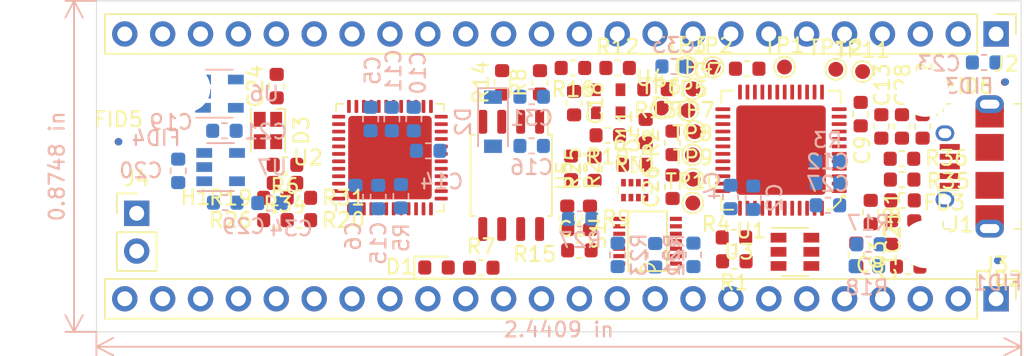
<source format=kicad_pcb>
(kicad_pcb (version 20171130) (host pcbnew "(5.1.2-1)-1")
  (layers (0 F.Cu signal) (31 B.Cu signal) (34 B.Paste user) (35 F.Paste user) (36 B.SilkS user) (37 F.SilkS user) (38 B.Mask user) (39 F.Mask user) (44 Edge.Cuts user))
  (net 0 "")
  (net 1 GND)
  (net 2 +5VD)
  (net 3 /FT_VCORE)
  (net 4 +3V3)
  (net 5 "Net-(C4-Pad1)")
  (net 6 "Net-(C5-Pad1)")
  (net 7 "Net-(C6-Pad1)")
  (net 8 /VCC_PLL)
  (net 9 /V_PHY)
  (net 10 /V_PLL)
  (net 11 /+1.2V_CORE)
  (net 12 /FT_RESET_N)
  (net 13 +1V2)
  (net 14 +2V5)
  (net 15 /CDONE)
  (net 16 /LED_B)
  (net 17 /LED_G)
  (net 18 /LED_R)
  (net 19 /USB_P)
  (net 20 "Net-(J1-Pad4)")
  (net 21 /USB_M)
  (net 22 /IOT_41A)
  (net 23 /IOT_50B)
  (net 24 /IOT_51A)
  (net 25 /IOT_48B)
  (net 26 /IOT_49A)
  (net 27 /IOT_44B)
  (net 28 /IOT_45A_G1)
  (net 29 /IOT_42B)
  (net 30 /IOT_46B_G0)
  (net 31 /IOT_43A)
  (net 32 /IOT_38B)
  (net 33 /IOT_39A)
  (net 34 /IOT_36B)
  (net 35 /IOT_37A)
  (net 36 /CRESET_N)
  (net 37 /IOB_6A)
  (net 38 /IOB_0A)
  (net 39 /IOB_2A)
  (net 40 /IOB_5B)
  (net 41 /IOB_4A)
  (net 42 /IOB_9B)
  (net 43 /IOB_8A)
  (net 44 /IOB_3B_G6)
  (net 45 /IOB_13B)
  (net 46 /IOB_16A)
  (net 47 /IOB_20A)
  (net 48 /IOB_31B)
  (net 49 /IOB_29B)
  (net 50 /IOB_24A)
  (net 51 /IOB_23B)
  (net 52 /IOB_22A)
  (net 53 /CLK_12M_EXT)
  (net 54 /IOB_18A)
  (net 55 /IOB_25B_G3)
  (net 56 /FLASH_MISO)
  (net 57 /FLASH_MOSI)
  (net 58 /ICE_SCK)
  (net 59 /ICE_SS)
  (net 60 /V_USB)
  (net 61 "Net-(R1-Pad2)")
  (net 62 /EE_DAT)
  (net 63 "Net-(R3-Pad1)")
  (net 64 "Net-(R10-Pad2)")
  (net 65 /CLK_12M)
  (net 66 /CLK_12M_FPGA)
  (net 67 /CLK_12M_FT)
  (net 68 "Net-(R14-Pad1)")
  (net 69 "Net-(R15-Pad1)")
  (net 70 /EE_CS)
  (net 71 /EE_CLK)
  (net 72 "Net-(R27-Pad2)")
  (net 73 "Net-(R35-Pad1)")
  (net 74 "Net-(R36-Pad1)")
  (net 75 /ICE_MISO)
  (net 76 /ICE_MOSI)
  (net 77 "Net-(S1-Pad3)")
  (net 78 "Net-(S1-Pad5)")
  (net 79 "Net-(S1-Pad9)")
  (net 80 "Net-(TP1-Pad1)")
  (net 81 "Net-(TP2-Pad1)")
  (net 82 "Net-(TP3-Pad1)")
  (net 83 "Net-(TP4-Pad1)")
  (net 84 "Net-(TP5-Pad1)")
  (net 85 "Net-(TP6-Pad1)")
  (net 86 "Net-(TP7-Pad1)")
  (net 87 "Net-(TP8-Pad1)")
  (net 88 "Net-(TP9-Pad1)")
  (net 89 "Net-(TP10-Pad1)")
  (net 90 "Net-(TP11-Pad1)")
  (net 91 "Net-(TP12-Pad1)")
  (net 92 "Net-(U3-Pad2)")
  (net 93 "Net-(U6-Pad4)")
  (net 94 "Net-(U7-Pad4)")
  (net 95 /VIO_BANK_0_2)
  (module vs:MountingHole_3.2mm_M3 (layer F.Cu) (at 155.57 83.96)
    (fp_text reference H4 (at 0.0635 1.0287) (layer F.SilkS))
    (fp_text value MountingHole)
    (pad 1 np_thru_hole circle (at 0 0) (size 3.2 3.2) (drill 3.2) (layers *.Cu *.Mask))
  )
  (module vs:MountingHole_3.2mm_M3 (layer F.Cu) (at 155.57 94.12)
    (fp_text reference H3 (at -0.1016 0.9271) (layer F.SilkS))
    (fp_text value MountingHole)
    (pad 1 np_thru_hole circle (at 0 0) (size 3.2 3.2) (drill 3.2) (layers *.Cu *.Mask))
  )
  (module vs:MountingHole_3.2mm_M3 (layer F.Cu) (at 106.04 83.6552)
    (fp_text reference H2 (at 0 0.6604) (layer F.SilkS))
    (fp_text value MountingHole)
    (pad 1 np_thru_hole circle (at 0 0) (size 3.2 3.2) (drill 3.2) (layers *.Cu *.Mask))
  )
  (module vs:MountingHole_3.2mm_M3 (layer F.Cu) (at 106.4464 93.9676)
    (fp_text reference H1 (at 0.2 -3) (layer F.SilkS))
    (fp_text value MountingHole)
    (pad 1 np_thru_hole circle (at 0 0) (size 3.2 3.2) (drill 3.2) (layers *.Cu *.Mask))
  )
  (module digikey-footprints:USB_Micro_AB_Female_0475890001 (layer F.Cu) (at 157.213 88.89 90)
    (fp_text reference J1 (at -3.9092 0.7446) (layer F.SilkS))
    (fp_text value 0475890001)
    (pad SH thru_hole oval (at 2.225 -0.325) (size 1.25 1.05) (drill oval 0.85 0.65) (layers *.Cu *.Mask) (net 1 GND))
    (pad SH smd rect (at 3.89 1.775) (size 0.1 0.5) (layers F.Cu F.Paste F.Mask) (net 1 GND))
    (pad SH smd rect (at 3.24 2.675) (size 1.9 1.26) (layers F.Cu F.Paste F.Mask) (net 1 GND))
    (pad SH thru_hole oval (at 4.175 2.675) (size 1.9 1.2) (drill oval 1.3 0.6) (layers *.Cu *.Mask) (net 1 GND))
    (pad SH smd rect (at -1.275 2.675) (size 1.9 1.8) (layers F.Cu F.Paste F.Mask) (net 1 GND))
    (pad 5 smd rect (at 1.3 0) (size 1.35 0.4) (layers F.Cu F.Paste F.Mask) (net 1 GND))
    (pad 4 smd rect (at 0.65 0) (size 1.35 0.4) (layers F.Cu F.Paste F.Mask) (net 20 "Net-(J1-Pad4)"))
    (pad 3 smd rect (at 0 0) (size 1.35 0.4) (layers F.Cu F.Paste F.Mask) (net 19 /USB_P))
    (pad 2 smd rect (at -0.65 0) (size 1.35 0.4) (layers F.Cu F.Paste F.Mask) (net 21 /USB_M))
    (pad 1 smd rect (at -1.3 0) (size 1.35 0.4) (layers F.Cu F.Paste F.Mask) (net 60 /V_USB))
    (pad SH smd rect (at 1.275 2.675) (size 1.9 1.8) (layers F.Cu F.Paste F.Mask) (net 1 GND))
    (pad SH smd rect (at 3.9 3.575) (size 0.1 0.5) (layers F.Cu F.Paste F.Mask) (net 1 GND))
    (pad SH smd rect (at -3.24 2.675) (size 1.9 1.26) (layers F.Cu F.Paste F.Mask) (net 1 GND))
    (pad SH thru_hole oval (at -4.175 2.675) (size 1.9 1.2) (drill oval 1.3 0.6) (layers *.Cu *.Mask) (net 1 GND))
    (pad SH smd rect (at -3.89 1.775) (size 0.1 0.5) (layers F.Cu F.Paste F.Mask) (net 1 GND))
    (pad SH smd rect (at -3.89 3.575) (size 0.1 0.5) (layers F.Cu F.Paste F.Mask) (net 1 GND))
    (pad SH thru_hole oval (at -2.225 -0.325) (size 1.25 1.05) (drill oval 0.85 0.65) (layers *.Cu *.Mask) (net 1 GND))
  )
  (module vs:VSSOP14-P0.5-3X4 (layer F.Cu) (at 136.9518 93.9168 90)
    (fp_text reference S1 (at 0.4 -3.3 90) (layer F.SilkS))
    (fp_text value "TC7MPB9327FK(EL)")
    (pad 14 smd roundrect (at -1.5 -1.9 90) (size 0.28 0.8) (layers F.Cu F.Mask) (roundrect_rratio 0.045) (net 4 +3V3))
    (pad 13 smd roundrect (at -1 -1.9 90) (size 0.28 0.8) (layers F.Cu F.Mask) (roundrect_rratio 0.045) (net 76 /ICE_MOSI))
    (pad 12 smd roundrect (at -0.5 -1.9 90) (size 0.28 0.8) (layers F.Cu F.Mask) (roundrect_rratio 0.045) (net 75 /ICE_MISO))
    (pad 11 smd roundrect (at 0 -1.9 90) (size 0.28 0.8) (layers F.Cu F.Mask) (roundrect_rratio 0.045) (net 75 /ICE_MISO))
    (pad 10 smd roundrect (at 0.5 -1.9 90) (size 0.28 0.8) (layers F.Cu F.Mask) (roundrect_rratio 0.045) (net 76 /ICE_MOSI))
    (pad 9 smd roundrect (at 1 -1.9 90) (size 0.28 0.8) (layers F.Cu F.Mask) (roundrect_rratio 0.045) (net 79 "Net-(S1-Pad9)"))
    (pad 8 smd roundrect (at 1.5 -1.9 90) (size 0.28 0.8) (layers F.Cu F.Mask) (roundrect_rratio 0.045) (net 72 "Net-(R27-Pad2)"))
    (pad 7 smd roundrect (at 1.5 1.9 90) (size 0.28 0.8) (layers F.Cu F.Mask) (roundrect_rratio 0.045) (net 1 GND))
    (pad 6 smd roundrect (at 1 1.9 90) (size 0.28 0.8) (layers F.Cu F.Mask) (roundrect_rratio 0.045) (net 36 /CRESET_N))
    (pad 5 smd roundrect (at 0.5 1.9 90) (size 0.28 0.8) (layers F.Cu F.Mask) (roundrect_rratio 0.045) (net 78 "Net-(S1-Pad5)"))
    (pad 4 smd roundrect (at 0 1.9 90) (size 0.28 0.8) (layers F.Cu F.Mask) (roundrect_rratio 0.045) (net 56 /FLASH_MISO))
    (pad 3 smd roundrect (at -0.5 1.9 90) (size 0.28 0.8) (layers F.Cu F.Mask) (roundrect_rratio 0.045) (net 77 "Net-(S1-Pad3)"))
    (pad 2 smd roundrect (at -1 1.9 90) (size 0.28 0.8) (layers F.Cu F.Mask) (roundrect_rratio 0.045) (net 57 /FLASH_MOSI))
    (pad 1 smd roundrect (at -1.5 1.9 90) (size 0.28 0.8) (layers F.Cu F.Mask) (roundrect_rratio 0.045) (net 4 +3V3))
  )
  (module vs:QFN-48-1EP_8x8mm_P0.5mm_EP6.2x6.2mm (layer F.Cu) (at 145.8984 87.8012 180)
    (fp_text reference U3 (at 2.8252 -6.8268 180) (layer F.SilkS))
    (fp_text value FT232H)
    (pad 48 smd roundrect (at -2.75 -3.9 180) (size 0.25 1) (layers F.Cu F.Paste F.Mask) (net 1 GND))
    (pad 47 smd roundrect (at -2.25 -3.9 180) (size 0.25 1) (layers F.Cu F.Paste F.Mask) (net 1 GND))
    (pad 46 smd roundrect (at -1.75 -3.9 180) (size 0.25 1) (layers F.Cu F.Paste F.Mask) (net 4 +3V3))
    (pad 45 smd roundrect (at -1.25 -3.9 180) (size 0.25 1) (layers F.Cu F.Paste F.Mask) (net 70 /EE_CS))
    (pad 44 smd roundrect (at -0.75 -3.9 180) (size 0.25 1) (layers F.Cu F.Paste F.Mask) (net 71 /EE_CLK))
    (pad 43 smd roundrect (at -0.25 -3.9 180) (size 0.25 1) (layers F.Cu F.Paste F.Mask) (net 62 /EE_DAT))
    (pad 42 smd roundrect (at 0.25 -3.9 180) (size 0.25 1) (layers F.Cu F.Paste F.Mask) (net 1 GND))
    (pad 41 smd roundrect (at 0.75 -3.9 180) (size 0.25 1) (layers F.Cu F.Paste F.Mask) (net 1 GND))
    (pad 40 smd roundrect (at 1.25 -3.9 180) (size 0.25 1) (layers F.Cu F.Paste F.Mask) (net 2 +5VD))
    (pad 39 smd roundrect (at 1.75 -3.9 180) (size 0.25 1) (layers F.Cu F.Paste F.Mask) (net 4 +3V3))
    (pad 38 smd roundrect (at 2.25 -3.9 180) (size 0.25 1) (layers F.Cu F.Paste F.Mask) (net 3 /FT_VCORE))
    (pad 37 smd roundrect (at 2.75 -3.9 180) (size 0.25 1) (layers F.Cu F.Paste F.Mask) (net 5 "Net-(C4-Pad1)"))
    (pad 36 smd roundrect (at 3.9 -2.75 180) (size 1 0.25) (layers F.Cu F.Paste F.Mask) (net 1 GND))
    (pad 35 smd roundrect (at 3.9 -2.25 180) (size 1 0.25) (layers F.Cu F.Paste F.Mask) (net 1 GND))
    (pad 34 smd roundrect (at 3.9 -1.75 180) (size 1 0.25) (layers F.Cu F.Paste F.Mask) (net 12 /FT_RESET_N))
    (pad 33 smd roundrect (at 3.9 -1.25 180) (size 1 0.25) (layers F.Cu F.Paste F.Mask) (net 89 "Net-(TP10-Pad1)"))
    (pad 32 smd roundrect (at 3.9 -0.75 180) (size 1 0.25) (layers F.Cu F.Paste F.Mask) (net 88 "Net-(TP9-Pad1)"))
    (pad 31 smd roundrect (at 3.9 -0.25 180) (size 1 0.25) (layers F.Cu F.Paste F.Mask) (net 87 "Net-(TP8-Pad1)"))
    (pad 30 smd roundrect (at 3.9 0.25 180) (size 1 0.25) (layers F.Cu F.Paste F.Mask) (net 86 "Net-(TP7-Pad1)"))
    (pad 29 smd roundrect (at 3.9 0.75 180) (size 1 0.25) (layers F.Cu F.Paste F.Mask) (net 85 "Net-(TP6-Pad1)"))
    (pad 28 smd roundrect (at 3.9 1.25 180) (size 1 0.25) (layers F.Cu F.Paste F.Mask) (net 84 "Net-(TP5-Pad1)"))
    (pad 27 smd roundrect (at 3.9 1.75 180) (size 1 0.25) (layers F.Cu F.Paste F.Mask) (net 83 "Net-(TP4-Pad1)"))
    (pad 26 smd roundrect (at 3.9 2.25 180) (size 1 0.25) (layers F.Cu F.Paste F.Mask) (net 82 "Net-(TP3-Pad1)"))
    (pad 25 smd roundrect (at 3.9 2.75 180) (size 1 0.25) (layers F.Cu F.Paste F.Mask) (net 81 "Net-(TP2-Pad1)"))
    (pad 24 smd roundrect (at 2.75 3.9 180) (size 0.25 1) (layers F.Cu F.Paste F.Mask) (net 4 +3V3))
    (pad 23 smd roundrect (at 2.25 3.9 180) (size 0.25 1) (layers F.Cu F.Paste F.Mask) (net 1 GND))
    (pad 22 smd roundrect (at 1.75 3.9 180) (size 0.25 1) (layers F.Cu F.Paste F.Mask) (net 1 GND))
    (pad 21 smd roundrect (at 1.25 3.9 180) (size 0.25 1) (layers F.Cu F.Paste F.Mask) (net 80 "Net-(TP1-Pad1)"))
    (pad 20 smd roundrect (at 0.75 3.9 180) (size 0.25 1) (layers F.Cu F.Paste F.Mask) (net 36 /CRESET_N))
    (pad 19 smd roundrect (at 0.25 3.9 180) (size 0.25 1) (layers F.Cu F.Paste F.Mask) (net 15 /CDONE))
    (pad 18 smd roundrect (at -0.25 3.9 180) (size 0.25 1) (layers F.Cu F.Paste F.Mask) (net 91 "Net-(TP12-Pad1)"))
    (pad 17 smd roundrect (at -0.75 3.9 180) (size 0.25 1) (layers F.Cu F.Paste F.Mask) (net 59 /ICE_SS))
    (pad 16 smd roundrect (at -1.25 3.9 180) (size 0.25 1) (layers F.Cu F.Paste F.Mask) (net 90 "Net-(TP11-Pad1)"))
    (pad 15 smd roundrect (at -1.75 3.9 180) (size 0.25 1) (layers F.Cu F.Paste F.Mask) (net 56 /FLASH_MISO))
    (pad 14 smd roundrect (at -2.25 3.9 180) (size 0.25 1) (layers F.Cu F.Paste F.Mask) (net 57 /FLASH_MOSI))
    (pad 13 smd roundrect (at -2.75 3.9 180) (size 0.25 1) (layers F.Cu F.Paste F.Mask) (net 58 /ICE_SCK))
    (pad 12 smd roundrect (at -3.9 2.75 180) (size 1 0.25) (layers F.Cu F.Paste F.Mask) (net 4 +3V3))
    (pad 11 smd roundrect (at -3.9 2.25 180) (size 1 0.25) (layers F.Cu F.Paste F.Mask) (net 1 GND))
    (pad 10 smd roundrect (at -3.9 1.75 180) (size 1 0.25) (layers F.Cu F.Paste F.Mask) (net 1 GND))
    (pad 9 smd roundrect (at -3.9 1.25 180) (size 1 0.25) (layers F.Cu F.Paste F.Mask) (net 1 GND))
    (pad 8 smd roundrect (at -3.9 0.75 180) (size 1 0.25) (layers F.Cu F.Paste F.Mask) (net 10 /V_PLL))
    (pad 7 smd roundrect (at -3.9 0.25 180) (size 1 0.25) (layers F.Cu F.Paste F.Mask) (net 74 "Net-(R36-Pad1)"))
    (pad 6 smd roundrect (at -3.9 -0.25 180) (size 1 0.25) (layers F.Cu F.Paste F.Mask) (net 73 "Net-(R35-Pad1)"))
    (pad 5 smd roundrect (at -3.9 -0.75 180) (size 1 0.25) (layers F.Cu F.Paste F.Mask) (net 63 "Net-(R3-Pad1)"))
    (pad 4 smd roundrect (at -3.9 -1.25 180) (size 1 0.25) (layers F.Cu F.Paste F.Mask) (net 1 GND))
    (pad 3 smd roundrect (at -3.9 -1.75 180) (size 1 0.25) (layers F.Cu F.Paste F.Mask) (net 9 /V_PHY))
    (pad 2 smd roundrect (at -3.9 -2.25 180) (size 1 0.25) (layers F.Cu F.Paste F.Mask) (net 92 "Net-(U3-Pad2)"))
    (pad 1 smd roundrect (at -3.9 -2.75 180) (size 1 0.25) (layers F.Cu F.Paste F.Mask) (net 67 /CLK_12M_FT))
    (pad 49 smd roundrect (at 0 0 180) (size 6 6) (layers F.Cu F.Mask) (roundrect_rratio 0.046))
  )
  (module Package_TO_SOT_SMD:SOT-23-5 (layer B.Cu) (at 108.326 88.9384)
    (fp_text reference U7 (at 3.4544 0.0381 180) (layer B.SilkS) (effects (justify mirror)))
    (fp_text value AP2127K-1.2)
    (pad 5 smd rect (at 1.1 0.95) (size 1.06 0.65) (layers B.Cu B.Paste B.Mask) (net 13 +1V2))
    (pad 4 smd rect (at 1.1 -0.95) (size 1.06 0.65) (layers B.Cu B.Paste B.Mask) (net 94 "Net-(U7-Pad4)"))
    (pad 3 smd rect (at -1.1 -0.95) (size 1.06 0.65) (layers B.Cu B.Paste B.Mask) (net 2 +5VD))
    (pad 2 smd rect (at -1.1 0) (size 1.06 0.65) (layers B.Cu B.Paste B.Mask) (net 1 GND))
    (pad 1 smd rect (at -1.1 0.95) (size 1.06 0.65) (layers B.Cu B.Paste B.Mask) (net 2 +5VD))
  )
  (module Package_TO_SOT_SMD:SOT-23-5 (layer B.Cu) (at 108.2476 84.0088)
    (fp_text reference U6 (at 3 0) (layer B.SilkS) (effects (justify mirror)))
    (fp_text value AP2127K-3.3)
    (pad 5 smd rect (at 1.1 0.95) (size 1.06 0.65) (layers B.Cu B.Paste B.Mask) (net 4 +3V3))
    (pad 4 smd rect (at 1.1 -0.95) (size 1.06 0.65) (layers B.Cu B.Paste B.Mask) (net 93 "Net-(U6-Pad4)"))
    (pad 3 smd rect (at -1.1 -0.95) (size 1.06 0.65) (layers B.Cu B.Paste B.Mask) (net 2 +5VD))
    (pad 2 smd rect (at -1.1 0) (size 1.06 0.65) (layers B.Cu B.Paste B.Mask) (net 1 GND))
    (pad 1 smd rect (at -1.1 0.95) (size 1.06 0.65) (layers B.Cu B.Paste B.Mask) (net 2 +5VD))
  )
  (module Package_SO:SOIC-8_5.23x5.23mm_P1.27mm (layer F.Cu) (at 127.8078 89.4972 270)
    (fp_text reference U5 (at 0 -3.56 90) (layer F.SilkS))
    (fp_text value W25Q32JVSSIM)
    (pad 8 smd roundrect (at 3.6 -1.905 270) (size 1.6 0.6) (layers F.Cu F.Paste F.Mask) (net 4 +3V3))
    (pad 7 smd roundrect (at 3.6 -0.635 270) (size 1.6 0.6) (layers F.Cu F.Paste F.Mask) (net 69 "Net-(R15-Pad1)"))
    (pad 6 smd roundrect (at 3.6 0.635 270) (size 1.6 0.6) (layers F.Cu F.Paste F.Mask) (net 58 /ICE_SCK))
    (pad 5 smd roundrect (at 3.6 1.905 270) (size 1.6 0.6) (layers F.Cu F.Paste F.Mask) (net 57 /FLASH_MOSI))
    (pad 4 smd roundrect (at -3.6 1.905 270) (size 1.6 0.6) (layers F.Cu F.Paste F.Mask) (net 1 GND))
    (pad 3 smd roundrect (at -3.6 0.635 270) (size 1.6 0.6) (layers F.Cu F.Paste F.Mask) (net 68 "Net-(R14-Pad1)"))
    (pad 2 smd roundrect (at -3.6 -0.635 270) (size 1.6 0.6) (layers F.Cu F.Paste F.Mask) (net 56 /FLASH_MISO))
    (pad 1 smd roundrect (at -3.6 -1.905 270) (size 1.6 0.6) (layers F.Cu F.Paste F.Mask) (net 59 /ICE_SS))
  )
  (module Oscillator:Oscillator_SMD_Abracon_ASDMB-4Pin_2.5x2.0mm (layer F.Cu) (at 134.3102 84.5188)
    (fp_text reference U4 (at 2.8702 -1.5494) (layer F.SilkS))
    (fp_text value "SG-210STF 12.0000ML3")
    (pad 4 smd rect (at -0.825 -0.775) (size 0.65 0.85) (layers F.Cu F.Paste F.Mask) (net 4 +3V3))
    (pad 3 smd rect (at 0.825 -0.775) (size 0.65 0.85) (layers F.Cu F.Paste F.Mask) (net 65 /CLK_12M))
    (pad 2 smd rect (at 0.825 0.775) (size 0.65 0.85) (layers F.Cu F.Paste F.Mask) (net 1 GND))
    (pad 1 smd rect (at -0.825 0.775) (size 0.65 0.85) (layers F.Cu F.Paste F.Mask) (net 64 "Net-(R10-Pad2)"))
  )
  (module Package_DFN_QFN:QFN-48-1EP_7x7mm_P0.5mm_EP5.6x5.6mm (layer F.Cu) (at 119.6798 88.3034 90)
    (fp_text reference U2 (at 0 -5.5 180) (layer F.SilkS))
    (fp_text value ICE40UP5K-SG48ITR)
    (pad 48 smd roundrect (at -2.75 -3.4375 90) (size 0.25 0.875) (layers F.Cu F.Paste F.Mask) (net 41 /IOB_4A))
    (pad 47 smd roundrect (at -2.25 -3.4375 90) (size 0.25 0.875) (layers F.Cu F.Paste F.Mask) (net 39 /IOB_2A))
    (pad 46 smd roundrect (at -1.75 -3.4375 90) (size 0.25 0.875) (layers F.Cu F.Paste F.Mask) (net 38 /IOB_0A))
    (pad 45 smd roundrect (at -1.25 -3.4375 90) (size 0.25 0.875) (layers F.Cu F.Paste F.Mask) (net 40 /IOB_5B))
    (pad 44 smd roundrect (at -0.75 -3.4375 90) (size 0.25 0.875) (layers F.Cu F.Paste F.Mask) (net 44 /IOB_3B_G6))
    (pad 43 smd roundrect (at -0.25 -3.4375 90) (size 0.25 0.875) (layers F.Cu F.Paste F.Mask) (net 26 /IOT_49A))
    (pad 42 smd roundrect (at 0.25 -3.4375 90) (size 0.25 0.875) (layers F.Cu F.Paste F.Mask) (net 24 /IOT_51A))
    (pad 41 smd roundrect (at 0.75 -3.4375 90) (size 0.25 0.875) (layers F.Cu F.Paste F.Mask) (net 16 /LED_B))
    (pad 40 smd roundrect (at 1.25 -3.4375 90) (size 0.25 0.875) (layers F.Cu F.Paste F.Mask) (net 17 /LED_G))
    (pad 39 smd roundrect (at 1.75 -3.4375 90) (size 0.25 0.875) (layers F.Cu F.Paste F.Mask) (net 18 /LED_R))
    (pad 38 smd roundrect (at 2.25 -3.4375 90) (size 0.25 0.875) (layers F.Cu F.Paste F.Mask) (net 23 /IOT_50B))
    (pad 37 smd roundrect (at 2.75 -3.4375 90) (size 0.25 0.875) (layers F.Cu F.Paste F.Mask) (net 28 /IOT_45A_G1))
    (pad 36 smd roundrect (at 3.4375 -2.75 90) (size 0.875 0.25) (layers F.Cu F.Paste F.Mask) (net 25 /IOT_48B))
    (pad 35 smd roundrect (at 3.4375 -2.25 90) (size 0.875 0.25) (layers F.Cu F.Paste F.Mask) (net 30 /IOT_46B_G0))
    (pad 34 smd roundrect (at 3.4375 -1.75 90) (size 0.875 0.25) (layers F.Cu F.Paste F.Mask) (net 27 /IOT_44B))
    (pad 33 smd roundrect (at 3.4375 -1.25 90) (size 0.875 0.25) (layers F.Cu F.Paste F.Mask) (net 6 "Net-(C5-Pad1)"))
    (pad 32 smd roundrect (at 3.4375 -0.75 90) (size 0.875 0.25) (layers F.Cu F.Paste F.Mask) (net 31 /IOT_43A))
    (pad 31 smd roundrect (at 3.4375 -0.25 90) (size 0.875 0.25) (layers F.Cu F.Paste F.Mask) (net 29 /IOT_42B))
    (pad 30 smd roundrect (at 3.4375 0.25 90) (size 0.875 0.25) (layers F.Cu F.Paste F.Mask) (net 11 /+1.2V_CORE))
    (pad 29 smd roundrect (at 3.4375 0.75 90) (size 0.875 0.25) (layers F.Cu F.Paste F.Mask) (net 8 /VCC_PLL))
    (pad 28 smd roundrect (at 3.4375 1.25 90) (size 0.875 0.25) (layers F.Cu F.Paste F.Mask) (net 22 /IOT_41A))
    (pad 27 smd roundrect (at 3.4375 1.75 90) (size 0.875 0.25) (layers F.Cu F.Paste F.Mask) (net 32 /IOT_38B))
    (pad 26 smd roundrect (at 3.4375 2.25 90) (size 0.875 0.25) (layers F.Cu F.Paste F.Mask) (net 33 /IOT_39A))
    (pad 25 smd roundrect (at 3.4375 2.75 90) (size 0.875 0.25) (layers F.Cu F.Paste F.Mask) (net 34 /IOT_36B))
    (pad 24 smd roundrect (at 2.75 3.4375 90) (size 0.25 0.875) (layers F.Cu F.Paste F.Mask) (net 14 +2V5))
    (pad 23 smd roundrect (at 2.25 3.4375 90) (size 0.25 0.875) (layers F.Cu F.Paste F.Mask) (net 35 /IOT_37A))
    (pad 22 smd roundrect (at 1.75 3.4375 90) (size 0.25 0.875) (layers F.Cu F.Paste F.Mask) (net 4 +3V3))
    (pad 21 smd roundrect (at 1.25 3.4375 90) (size 0.25 0.875) (layers F.Cu F.Paste F.Mask) (net 51 /IOB_23B))
    (pad 20 smd roundrect (at 0.75 3.4375 90) (size 0.25 0.875) (layers F.Cu F.Paste F.Mask) (net 55 /IOB_25B_G3))
    (pad 19 smd roundrect (at 0.25 3.4375 90) (size 0.25 0.875) (layers F.Cu F.Paste F.Mask) (net 49 /IOB_29B))
    (pad 18 smd roundrect (at -0.25 3.4375 90) (size 0.25 0.875) (layers F.Cu F.Paste F.Mask) (net 48 /IOB_31B))
    (pad 17 smd roundrect (at -0.75 3.4375 90) (size 0.25 0.875) (layers F.Cu F.Paste F.Mask) (net 76 /ICE_MOSI))
    (pad 16 smd roundrect (at -1.25 3.4375 90) (size 0.25 0.875) (layers F.Cu F.Paste F.Mask) (net 59 /ICE_SS))
    (pad 15 smd roundrect (at -1.75 3.4375 90) (size 0.25 0.875) (layers F.Cu F.Paste F.Mask) (net 58 /ICE_SCK))
    (pad 14 smd roundrect (at -2.25 3.4375 90) (size 0.25 0.875) (layers F.Cu F.Paste F.Mask) (net 75 /ICE_MISO))
    (pad 13 smd roundrect (at -2.75 3.4375 90) (size 0.25 0.875) (layers F.Cu F.Paste F.Mask) (net 50 /IOB_24A))
    (pad 12 smd roundrect (at -3.4375 2.75 90) (size 0.875 0.25) (layers F.Cu F.Paste F.Mask) (net 52 /IOB_22A))
    (pad 11 smd roundrect (at -3.4375 2.25 90) (size 0.875 0.25) (layers F.Cu F.Paste F.Mask) (net 47 /IOB_20A))
    (pad 10 smd roundrect (at -3.4375 1.75 90) (size 0.875 0.25) (layers F.Cu F.Paste F.Mask) (net 54 /IOB_18A))
    (pad 9 smd roundrect (at -3.4375 1.25 90) (size 0.875 0.25) (layers F.Cu F.Paste F.Mask) (net 46 /IOB_16A))
    (pad 8 smd roundrect (at -3.4375 0.75 90) (size 0.875 0.25) (layers F.Cu F.Paste F.Mask) (net 36 /CRESET_N))
    (pad 7 smd roundrect (at -3.4375 0.25 90) (size 0.875 0.25) (layers F.Cu F.Paste F.Mask) (net 15 /CDONE))
    (pad 6 smd roundrect (at -3.4375 -0.25 90) (size 0.875 0.25) (layers F.Cu F.Paste F.Mask) (net 45 /IOB_13B))
    (pad 5 smd roundrect (at -3.4375 -0.75 90) (size 0.875 0.25) (layers F.Cu F.Paste F.Mask) (net 11 /+1.2V_CORE))
    (pad 4 smd roundrect (at -3.4375 -1.25 90) (size 0.875 0.25) (layers F.Cu F.Paste F.Mask) (net 43 /IOB_8A))
    (pad 3 smd roundrect (at -3.4375 -1.75 90) (size 0.875 0.25) (layers F.Cu F.Paste F.Mask) (net 42 /IOB_9B))
    (pad 2 smd roundrect (at -3.4375 -2.25 90) (size 0.875 0.25) (layers F.Cu F.Paste F.Mask) (net 37 /IOB_6A))
    (pad 1 smd roundrect (at -3.4375 -2.75 90) (size 0.875 0.25) (layers F.Cu F.Paste F.Mask) (net 7 "Net-(C6-Pad1)"))
    (pad 49 smd roundrect (at 0 0 90) (size 5.6 5.6) (layers F.Cu F.Mask) (roundrect_rratio 0.044643) (net 1 GND))
  )
  (module Package_TO_SOT_SMD:SOT-23-6 (layer F.Cu) (at 146.8324 94.628)
    (fp_text reference U1 (at -2.9464 -1.4224) (layer F.SilkS))
    (fp_text value 93LC56BT-I/OT)
    (pad 5 smd rect (at 1.1 0) (size 1.06 0.65) (layers F.Cu F.Paste F.Mask) (net 70 /EE_CS))
    (pad 6 smd rect (at 1.1 -0.95) (size 1.06 0.65) (layers F.Cu F.Paste F.Mask) (net 4 +3V3))
    (pad 4 smd rect (at 1.1 0.95) (size 1.06 0.65) (layers F.Cu F.Paste F.Mask) (net 71 /EE_CLK))
    (pad 3 smd rect (at -1.1 0.95) (size 1.06 0.65) (layers F.Cu F.Paste F.Mask) (net 62 /EE_DAT))
    (pad 2 smd rect (at -1.1 0) (size 1.06 0.65) (layers F.Cu F.Paste F.Mask) (net 1 GND))
    (pad 1 smd rect (at -1.1 -0.95) (size 1.06 0.65) (layers F.Cu F.Paste F.Mask) (net 61 "Net-(R1-Pad2)"))
  )
  (module TestPoint:TestPoint_Pad_D1.0mm (layer F.Cu) (at 149.5756 82.3725)
    (fp_text reference TP12 (at 0 -1.448) (layer F.SilkS))
    (fp_text value TestPoint)
    (pad 1 smd circle (at 0 0) (size 1 1) (layers F.Cu F.Mask) (net 91 "Net-(TP12-Pad1)"))
  )
  (module TestPoint:TestPoint_Pad_D1.0mm (layer F.Cu) (at 151.3663 82.5249)
    (fp_text reference TP11 (at 0 -1.448) (layer F.SilkS))
    (fp_text value TestPoint)
    (pad 1 smd circle (at 0 0) (size 1 1) (layers F.Cu F.Mask) (net 90 "Net-(TP11-Pad1)"))
  )
  (module TestPoint:TestPoint_Pad_D1.0mm (layer F.Cu) (at 139.9871 91.3514)
    (fp_text reference TP10 (at 0 -1.448) (layer F.SilkS))
    (fp_text value TestPoint)
    (pad 1 smd circle (at 0 0) (size 1 1) (layers F.Cu F.Mask) (net 89 "Net-(TP10-Pad1)"))
  )
  (module TestPoint:TestPoint_Pad_D1.0mm (layer F.Cu) (at 139.9998 89.7512)
    (fp_text reference TP9 (at 0 -1.448) (layer F.SilkS))
    (fp_text value TestPoint)
    (pad 1 smd circle (at 0 0) (size 1 1) (layers F.Cu F.Mask) (net 88 "Net-(TP9-Pad1)"))
  )
  (module TestPoint:TestPoint_Pad_D1.0mm (layer F.Cu) (at 139.9617 88.1256)
    (fp_text reference TP8 (at 0 -1.448) (layer F.SilkS))
    (fp_text value TestPoint)
    (pad 1 smd circle (at 0 0) (size 1 1) (layers F.Cu F.Mask) (net 87 "Net-(TP8-Pad1)"))
  )
  (module TestPoint:TestPoint_Pad_D1.0mm (layer F.Cu) (at 140.1014 86.5635)
    (fp_text reference TP7 (at 0 -1.448) (layer F.SilkS))
    (fp_text value TestPoint)
    (pad 1 smd circle (at 0 0) (size 1 1) (layers F.Cu F.Mask) (net 86 "Net-(TP7-Pad1)"))
  )
  (module TestPoint:TestPoint_Pad_D1.0mm (layer F.Cu) (at 137.8789 84.976)
    (fp_text reference TP6 (at 0 -1.448) (layer F.SilkS))
    (fp_text value TestPoint)
    (pad 1 smd circle (at 0 0) (size 1 1) (layers F.Cu F.Mask) (net 85 "Net-(TP6-Pad1)"))
  )
  (module TestPoint:TestPoint_Pad_D1.0mm (layer F.Cu) (at 139.6569 85.1411)
    (fp_text reference TP5 (at 0 -1.448) (layer F.SilkS))
    (fp_text value TestPoint)
    (pad 1 smd circle (at 0 0) (size 1 1) (layers F.Cu F.Mask) (net 84 "Net-(TP5-Pad1)"))
  )
  (module TestPoint:TestPoint_Pad_D1.0mm (layer F.Cu) (at 139.9871 83.6933)
    (fp_text reference TP4 (at 0 -1.448) (layer F.SilkS))
    (fp_text value TestPoint)
    (pad 1 smd circle (at 0 0) (size 1 1) (layers F.Cu F.Mask) (net 83 "Net-(TP4-Pad1)"))
  )
  (module TestPoint:TestPoint_Pad_D1.0mm (layer F.Cu) (at 139.5807 82.1947)
    (fp_text reference TP3 (at 0 -1.448) (layer F.SilkS))
    (fp_text value TestPoint)
    (pad 1 smd circle (at 0 0) (size 1 1) (layers F.Cu F.Mask) (net 82 "Net-(TP3-Pad1)"))
  )
  (module TestPoint:TestPoint_Pad_D1.0mm (layer F.Cu) (at 141.346 82.2328)
    (fp_text reference TP2 (at 0 -1.448) (layer F.SilkS))
    (fp_text value TestPoint)
    (pad 1 smd circle (at 0 0) (size 1 1) (layers F.Cu F.Mask) (net 81 "Net-(TP2-Pad1)"))
  )
  (module TestPoint:TestPoint_Pad_D1.0mm (layer F.Cu) (at 146.1339 82.2201)
    (fp_text reference TP1 (at 0 -1.448) (layer F.SilkS))
    (fp_text value TestPoint)
    (pad 1 smd circle (at 0 0) (size 1 1) (layers F.Cu F.Mask) (net 80 "Net-(TP1-Pad1)"))
  )
  (module Resistor_SMD:R_Array_Concave_4x0402 (layer F.Cu) (at 136.0882 90.4878 270)
    (fp_text reference RN1 (at -1.7272 -0.1016 180) (layer F.SilkS))
    (fp_text value YC124-JR-071KL)
    (pad 5 smd rect (at 0.5 0.75 270) (size 0.5 0.32) (layers F.Cu F.Paste F.Mask) (net 75 /ICE_MISO))
    (pad 6 smd rect (at 0.5 0.25 270) (size 0.5 0.32) (layers F.Cu F.Paste F.Mask) (net 76 /ICE_MOSI))
    (pad 8 smd rect (at 0.5 -0.75 270) (size 0.5 0.32) (layers F.Cu F.Paste F.Mask) (net 56 /FLASH_MISO))
    (pad 7 smd rect (at 0.5 -0.25 270) (size 0.5 0.32) (layers F.Cu F.Paste F.Mask) (net 57 /FLASH_MOSI))
    (pad 4 smd rect (at -0.5 0.75 270) (size 0.5 0.32) (layers F.Cu F.Paste F.Mask) (net 4 +3V3))
    (pad 2 smd rect (at -0.5 -0.25 270) (size 0.5 0.32) (layers F.Cu F.Paste F.Mask) (net 4 +3V3))
    (pad 3 smd rect (at -0.5 0.25 270) (size 0.5 0.32) (layers F.Cu F.Paste F.Mask) (net 4 +3V3))
    (pad 1 smd rect (at -0.5 -0.75 270) (size 0.5 0.32) (layers F.Cu F.Paste F.Mask) (net 4 +3V3))
  )
  (module Resistor_SMD:R_0603_1608Metric (layer F.Cu) (at 154.0079 88.3796)
    (fp_text reference R36 (at 2.9972 -0.0508) (layer F.SilkS))
    (fp_text value JUMPER)
    (pad 2 smd roundrect (at 0.7875 0) (size 0.875 0.95) (layers F.Cu F.Paste F.Mask) (net 19 /USB_P))
    (pad 1 smd roundrect (at -0.7875 0) (size 0.875 0.95) (layers F.Cu F.Paste F.Mask) (net 74 "Net-(R36-Pad1)"))
  )
  (module Resistor_SMD:R_0603_1608Metric (layer F.Cu) (at 154.0206 89.7766)
    (fp_text reference R35 (at 3.0988 0.1016) (layer F.SilkS))
    (fp_text value JUMPER)
    (pad 2 smd roundrect (at 0.7875 0) (size 0.875 0.95) (layers F.Cu F.Paste F.Mask) (net 21 /USB_M))
    (pad 1 smd roundrect (at -0.7875 0) (size 0.875 0.95) (layers F.Cu F.Paste F.Mask) (net 73 "Net-(R35-Pad1)"))
  )
  (module Resistor_SMD:R_0603_1608Metric (layer F.Cu) (at 112.644 90.0052 180)
    (fp_text reference R34 (at 0 -1.43) (layer F.SilkS))
    (fp_text value 0)
    (pad 2 smd roundrect (at 0.7875 0 180) (size 0.875 0.95) (layers F.Cu F.Paste F.Mask) (net 13 +1V2))
    (pad 1 smd roundrect (at -0.7875 0 180) (size 0.875 0.95) (layers F.Cu F.Paste F.Mask) (net 11 /+1.2V_CORE))
  )
  (module Resistor_SMD:R_0603_1608Metric (layer F.Cu) (at 113.5711 91 180)
    (fp_text reference R31 (at -3 0) (layer F.SilkS))
    (fp_text value JUMPER)
    (pad 2 smd roundrect (at 0.7875 0 180) (size 0.875 0.95) (layers F.Cu F.Paste F.Mask) (net 6 "Net-(C5-Pad1)"))
    (pad 1 smd roundrect (at -0.7875 0 180) (size 0.875 0.95) (layers F.Cu F.Paste F.Mask) (net 4 +3V3))
  )
  (module Resistor_SMD:R_0603_1608Metric (layer B.Cu) (at 132.4306 92.4182)
    (fp_text reference R27 (at 0 1.43) (layer B.SilkS) (effects (justify mirror)))
    (fp_text value JUMPER)
    (pad 2 smd roundrect (at 0.7875 0) (size 0.875 0.95) (layers B.Cu B.Paste B.Mask) (net 72 "Net-(R27-Pad2)"))
    (pad 1 smd roundrect (at -0.7875 0) (size 0.875 0.95) (layers B.Cu B.Paste B.Mask) (net 1 GND))
  )
  (module Resistor_SMD:R_0603_1608Metric (layer F.Cu) (at 112 92.5)
    (fp_text reference R26 (at -3 0) (layer F.SilkS))
    (fp_text value JUMPER)
    (pad 2 smd roundrect (at 0.7875 0) (size 0.875 0.95) (layers F.Cu F.Paste F.Mask) (net 7 "Net-(C6-Pad1)"))
    (pad 1 smd roundrect (at -0.7875 0) (size 0.875 0.95) (layers F.Cu F.Paste F.Mask) (net 95 /VIO_BANK_0_2))
  )
  (module Resistor_SMD:R_0603_1608Metric (layer F.Cu) (at 133.3958 89.04 90)
    (fp_text reference R25 (at 0 -1.43 90) (layer F.SilkS))
    (fp_text value JUMPER)
    (pad 2 smd roundrect (at 0.7875 0 90) (size 0.875 0.95) (layers F.Cu F.Paste F.Mask) (net 55 /IOB_25B_G3))
    (pad 1 smd roundrect (at -0.7875 0 90) (size 0.875 0.95) (layers F.Cu F.Paste F.Mask) (net 69 "Net-(R15-Pad1)"))
  )
  (module Resistor_SMD:R_0603_1608Metric (layer F.Cu) (at 131.821 88.9892 270)
    (fp_text reference R24 (at 0 -1.43 90) (layer F.SilkS))
    (fp_text value JUMPER)
    (pad 2 smd roundrect (at 0.7875 0 270) (size 0.875 0.95) (layers F.Cu F.Paste F.Mask) (net 54 /IOB_18A))
    (pad 1 smd roundrect (at -0.7875 0 270) (size 0.875 0.95) (layers F.Cu F.Paste F.Mask) (net 68 "Net-(R14-Pad1)"))
  )
  (module Resistor_SMD:R_0603_1608Metric (layer B.Cu) (at 134.9452 94.8312 90)
    (fp_text reference R23 (at 0 1.43 270) (layer B.SilkS) (effects (justify mirror)))
    (fp_text value JUMPER)
    (pad 2 smd roundrect (at 0.7875 0 90) (size 0.875 0.95) (layers B.Cu B.Paste B.Mask) (net 21 /USB_M))
    (pad 1 smd roundrect (at -0.7875 0 90) (size 0.875 0.95) (layers B.Cu B.Paste B.Mask) (net 50 /IOB_24A))
  )
  (module Resistor_SMD:R_0603_1608Metric (layer B.Cu) (at 137.4597 94.8565 90)
    (fp_text reference R22 (at 0 1.43 90) (layer B.SilkS) (effects (justify mirror)))
    (fp_text value JUMPER)
    (pad 2 smd roundrect (at 0.7875 0 90) (size 0.875 0.95) (layers B.Cu B.Paste B.Mask) (net 19 /USB_P))
    (pad 1 smd roundrect (at -0.7875 0 90) (size 0.875 0.95) (layers B.Cu B.Paste B.Mask) (net 51 /IOB_23B))
  )
  (module Resistor_SMD:R_0603_1608Metric (layer B.Cu) (at 140.0252 94.8312 270)
    (fp_text reference R21 (at 0 1.43 90) (layer B.SilkS) (effects (justify mirror)))
    (fp_text value DNI)
    (pad 2 smd roundrect (at 0.7875 0 270) (size 0.875 0.95) (layers B.Cu B.Paste B.Mask) (net 52 /IOB_22A))
    (pad 1 smd roundrect (at -0.7875 0 270) (size 0.875 0.95) (layers B.Cu B.Paste B.Mask) (net 19 /USB_P))
  )
  (module Resistor_SMD:R_0603_1608Metric (layer F.Cu) (at 113.5711 92.5 180)
    (fp_text reference R20 (at -3 0) (layer F.SilkS))
    (fp_text value JUMPER)
    (pad 2 smd roundrect (at 0.7875 0 180) (size 0.875 0.95) (layers F.Cu F.Paste F.Mask) (net 7 "Net-(C6-Pad1)"))
    (pad 1 smd roundrect (at -0.7875 0 180) (size 0.875 0.95) (layers F.Cu F.Paste F.Mask) (net 4 +3V3))
  )
  (module Resistor_SMD:R_0603_1608Metric (layer F.Cu) (at 112 91)
    (fp_text reference R19 (at -3 0) (layer F.SilkS))
    (fp_text value JUMPER)
    (pad 2 smd roundrect (at 0.7875 0) (size 0.875 0.95) (layers F.Cu F.Paste F.Mask) (net 6 "Net-(C5-Pad1)"))
    (pad 1 smd roundrect (at -0.7875 0) (size 0.875 0.95) (layers F.Cu F.Paste F.Mask) (net 95 /VIO_BANK_0_2))
  )
  (module Resistor_SMD:R_0603_1608Metric (layer B.Cu) (at 151.6584 95.5932)
    (fp_text reference R18 (at 0 1.43) (layer B.SilkS) (effects (justify mirror)))
    (fp_text value 10K)
    (pad 2 smd roundrect (at 0.7875 0) (size 0.875 0.95) (layers B.Cu B.Paste B.Mask) (net 4 +3V3))
    (pad 1 smd roundrect (at -0.7875 0) (size 0.875 0.95) (layers B.Cu B.Paste B.Mask) (net 71 /EE_CLK))
  )
  (module Resistor_SMD:R_0603_1608Metric (layer B.Cu) (at 151.76 94.12 180)
    (fp_text reference R17 (at 0 1.43) (layer B.SilkS) (effects (justify mirror)))
    (fp_text value 10K)
    (pad 2 smd roundrect (at 0.7875 0 180) (size 0.875 0.95) (layers B.Cu B.Paste B.Mask) (net 70 /EE_CS))
    (pad 1 smd roundrect (at -0.7875 0 180) (size 0.875 0.95) (layers B.Cu B.Paste B.Mask) (net 4 +3V3))
  )
  (module Resistor_SMD:R_0603_1608Metric (layer F.Cu) (at 131.948 82.2836 180)
    (fp_text reference R16 (at 0 -1.43) (layer F.SilkS))
    (fp_text value JUMPER)
    (pad 2 smd roundrect (at 0.7875 0 180) (size 0.875 0.95) (layers F.Cu F.Paste F.Mask) (net 55 /IOB_25B_G3))
    (pad 1 smd roundrect (at -0.7875 0 180) (size 0.875 0.95) (layers F.Cu F.Paste F.Mask) (net 66 /CLK_12M_FPGA))
  )
  (module Resistor_SMD:R_0603_1608Metric (layer F.Cu) (at 131.567 92.342 270)
    (fp_text reference R15 (at 2.4384 2.1844) (layer F.SilkS))
    (fp_text value 10K)
    (pad 2 smd roundrect (at 0.7875 0 270) (size 0.875 0.95) (layers F.Cu F.Paste F.Mask) (net 4 +3V3))
    (pad 1 smd roundrect (at -0.7875 0 270) (size 0.875 0.95) (layers F.Cu F.Paste F.Mask) (net 69 "Net-(R15-Pad1)"))
  )
  (module Resistor_SMD:R_0603_1608Metric (layer F.Cu) (at 127.1982 83.2488 90)
    (fp_text reference R14 (at 0 -1.43 90) (layer F.SilkS))
    (fp_text value 10K)
    (pad 2 smd roundrect (at 0.7875 0 90) (size 0.875 0.95) (layers F.Cu F.Paste F.Mask) (net 4 +3V3))
    (pad 1 smd roundrect (at -0.7875 0 90) (size 0.875 0.95) (layers F.Cu F.Paste F.Mask) (net 68 "Net-(R14-Pad1)"))
  )
  (module Resistor_SMD:R_0603_1608Metric (layer F.Cu) (at 137.4852 83.706 180)
    (fp_text reference R13 (at 0 -1.43) (layer F.SilkS))
    (fp_text value 27)
    (pad 2 smd roundrect (at 0.7875 0 180) (size 0.875 0.95) (layers F.Cu F.Paste F.Mask) (net 65 /CLK_12M))
    (pad 1 smd roundrect (at -0.7875 0 180) (size 0.875 0.95) (layers F.Cu F.Paste F.Mask) (net 67 /CLK_12M_FT))
  )
  (module Resistor_SMD:R_0603_1608Metric (layer F.Cu) (at 134.9452 82.2836)
    (fp_text reference R12 (at 0 -1.43) (layer F.SilkS))
    (fp_text value 27)
    (pad 2 smd roundrect (at 0.7875 0) (size 0.875 0.95) (layers F.Cu F.Paste F.Mask) (net 65 /CLK_12M))
    (pad 1 smd roundrect (at -0.7875 0) (size 0.875 0.95) (layers F.Cu F.Paste F.Mask) (net 66 /CLK_12M_FPGA))
  )
  (module Resistor_SMD:R_0603_1608Metric (layer F.Cu) (at 136.8248 86.5254 90)
    (fp_text reference R11 (at 0 -1.43 90) (layer F.SilkS))
    (fp_text value 27)
    (pad 2 smd roundrect (at 0.7875 0 90) (size 0.875 0.95) (layers F.Cu F.Paste F.Mask) (net 65 /CLK_12M))
    (pad 1 smd roundrect (at -0.7875 0 90) (size 0.875 0.95) (layers F.Cu F.Paste F.Mask) (net 53 /CLK_12M_EXT))
  )
  (module Resistor_SMD:R_0603_1608Metric (layer F.Cu) (at 134.2848 86.8048 180)
    (fp_text reference R10 (at 0 -1.43) (layer F.SilkS))
    (fp_text value DNI)
    (pad 2 smd roundrect (at 0.7875 0 180) (size 0.875 0.95) (layers F.Cu F.Paste F.Mask) (net 64 "Net-(R10-Pad2)"))
    (pad 1 smd roundrect (at -0.7875 0 180) (size 0.875 0.95) (layers F.Cu F.Paste F.Mask) (net 1 GND))
  )
  (module Resistor_SMD:R_0603_1608Metric (layer F.Cu) (at 133.091 92.342 270)
    (fp_text reference R9 (at 0.0508 -1.778 180) (layer F.SilkS))
    (fp_text value 10K)
    (pad 2 smd roundrect (at 0.7875 0 270) (size 0.875 0.95) (layers F.Cu F.Paste F.Mask) (net 4 +3V3))
    (pad 1 smd roundrect (at -0.7875 0 270) (size 0.875 0.95) (layers F.Cu F.Paste F.Mask) (net 58 /ICE_SCK))
  )
  (module Resistor_SMD:R_0603_1608Metric (layer F.Cu) (at 129.7382 83.2488 90)
    (fp_text reference R8 (at 0 -1.43 90) (layer F.SilkS))
    (fp_text value 10K)
    (pad 2 smd roundrect (at 0.7875 0 90) (size 0.875 0.95) (layers F.Cu F.Paste F.Mask) (net 4 +3V3))
    (pad 1 smd roundrect (at -0.7875 0 90) (size 0.875 0.95) (layers F.Cu F.Paste F.Mask) (net 59 /ICE_SS))
  )
  (module Resistor_SMD:R_0603_1608Metric (layer F.Cu) (at 125.8012 95.6948)
    (fp_text reference R7 (at 0 -1.43) (layer F.SilkS))
    (fp_text value 2.2K)
    (pad 2 smd roundrect (at 0.7875 0) (size 0.875 0.95) (layers F.Cu F.Paste F.Mask) (net 4 +3V3))
    (pad 1 smd roundrect (at -0.7875 0) (size 0.875 0.95) (layers F.Cu F.Paste F.Mask) (net 15 /CDONE))
  )
  (module Resistor_SMD:R_0603_1608Metric (layer F.Cu) (at 112.644 88.786 180)
    (fp_text reference R6 (at 0 -1.43) (layer F.SilkS))
    (fp_text value 100)
    (pad 2 smd roundrect (at 0.7875 0 180) (size 0.875 0.95) (layers F.Cu F.Paste F.Mask) (net 13 +1V2))
    (pad 1 smd roundrect (at -0.7875 0 180) (size 0.875 0.95) (layers F.Cu F.Paste F.Mask) (net 8 /VCC_PLL))
  )
  (module Resistor_SMD:R_0603_1608Metric (layer B.Cu) (at 120.4164 90.8942 90)
    (fp_text reference R5 (at -2.7813 0.0381 90) (layer B.SilkS) (effects (justify mirror)))
    (fp_text value 10K)
    (pad 2 smd roundrect (at 0.7875 0 90) (size 0.875 0.95) (layers B.Cu B.Paste B.Mask) (net 4 +3V3))
    (pad 1 smd roundrect (at -0.7875 0 90) (size 0.875 0.95) (layers B.Cu B.Paste B.Mask) (net 36 /CRESET_N))
  )
  (module Resistor_SMD:R_0603_1608Metric (layer F.Cu) (at 142.743 93.6628 180)
    (fp_text reference R4 (at 1.1938 0.889) (layer F.SilkS))
    (fp_text value 10K)
    (pad 2 smd roundrect (at 0.7875 0 180) (size 0.875 0.95) (layers F.Cu F.Paste F.Mask) (net 4 +3V3))
    (pad 1 smd roundrect (at -0.7875 0 180) (size 0.875 0.95) (layers F.Cu F.Paste F.Mask) (net 61 "Net-(R1-Pad2)"))
  )
  (module Resistor_SMD:R_0603_1608Metric (layer B.Cu) (at 149.0168 88.5574 180)
    (fp_text reference R3 (at 0 1.43) (layer B.SilkS) (effects (justify mirror)))
    (fp_text value 2.2K)
    (pad 2 smd roundrect (at 0.7875 0 180) (size 0.875 0.95) (layers B.Cu B.Paste B.Mask) (net 1 GND))
    (pad 1 smd roundrect (at -0.7875 0 180) (size 0.875 0.95) (layers B.Cu B.Paste B.Mask) (net 63 "Net-(R3-Pad1)"))
  )
  (module Resistor_SMD:R_0603_1608Metric (layer F.Cu) (at 138.6282 87.3128 90)
    (fp_text reference R2 (at 0 -1.43 90) (layer F.SilkS))
    (fp_text value 10K)
    (pad 2 smd roundrect (at 0.7875 0 90) (size 0.875 0.95) (layers F.Cu F.Paste F.Mask) (net 4 +3V3))
    (pad 1 smd roundrect (at -0.7875 0 90) (size 0.875 0.95) (layers F.Cu F.Paste F.Mask) (net 12 /FT_RESET_N))
  )
  (module Resistor_SMD:R_0603_1608Metric (layer F.Cu) (at 142.7684 95.263 180)
    (fp_text reference R1 (at 0 -1.43) (layer F.SilkS))
    (fp_text value 2.2K)
    (pad 2 smd roundrect (at 0.7875 0 180) (size 0.875 0.95) (layers F.Cu F.Paste F.Mask) (net 61 "Net-(R1-Pad2)"))
    (pad 1 smd roundrect (at -0.7875 0 180) (size 0.875 0.95) (layers F.Cu F.Paste F.Mask) (net 62 /EE_DAT))
  )
  (module Connector_PinHeader_2.54mm:PinHeader_1x02_P2.54mm_Vertical (layer F.Cu) (at 102.7 92.04)
    (fp_text reference J4 (at 0 -2.33) (layer F.SilkS))
    (fp_text value "5V Power")
    (pad 2 thru_hole oval (at 0 2.54) (size 1.7 1.7) (drill 1) (layers *.Cu *.Mask) (net 1 GND))
    (pad 1 thru_hole rect (at 0 0) (size 1.7 1.7) (drill 1) (layers *.Cu *.Mask) (net 60 /V_USB))
  )
  (module Connector_PinHeader_2.54mm:PinHeader_1x24_P2.54mm_Vertical (layer F.Cu) (at 160.32 97.78 270)
    (fp_text reference J3 (at -2.2884 0.0256 180) (layer F.SilkS))
    (fp_text value Left)
    (pad 24 thru_hole oval (at 0 58.42 270) (size 1.7 1.7) (drill 1) (layers *.Cu *.Mask) (net 37 /IOB_6A))
    (pad 23 thru_hole oval (at 0 55.88 270) (size 1.7 1.7) (drill 1) (layers *.Cu *.Mask) (net 38 /IOB_0A))
    (pad 22 thru_hole oval (at 0 53.34 270) (size 1.7 1.7) (drill 1) (layers *.Cu *.Mask) (net 39 /IOB_2A))
    (pad 21 thru_hole oval (at 0 50.8 270) (size 1.7 1.7) (drill 1) (layers *.Cu *.Mask) (net 40 /IOB_5B))
    (pad 20 thru_hole oval (at 0 48.26 270) (size 1.7 1.7) (drill 1) (layers *.Cu *.Mask) (net 41 /IOB_4A))
    (pad 19 thru_hole oval (at 0 45.72 270) (size 1.7 1.7) (drill 1) (layers *.Cu *.Mask) (net 42 /IOB_9B))
    (pad 18 thru_hole oval (at 0 43.18 270) (size 1.7 1.7) (drill 1) (layers *.Cu *.Mask) (net 43 /IOB_8A))
    (pad 17 thru_hole oval (at 0 40.64 270) (size 1.7 1.7) (drill 1) (layers *.Cu *.Mask) (net 44 /IOB_3B_G6))
    (pad 16 thru_hole oval (at 0 38.1 270) (size 1.7 1.7) (drill 1) (layers *.Cu *.Mask) (net 45 /IOB_13B))
    (pad 15 thru_hole oval (at 0 35.56 270) (size 1.7 1.7) (drill 1) (layers *.Cu *.Mask) (net 46 /IOB_16A))
    (pad 14 thru_hole oval (at 0 33.02 270) (size 1.7 1.7) (drill 1) (layers *.Cu *.Mask) (net 47 /IOB_20A))
    (pad 13 thru_hole oval (at 0 30.48 270) (size 1.7 1.7) (drill 1) (layers *.Cu *.Mask) (net 48 /IOB_31B))
    (pad 12 thru_hole oval (at 0 27.94 270) (size 1.7 1.7) (drill 1) (layers *.Cu *.Mask) (net 49 /IOB_29B))
    (pad 11 thru_hole oval (at 0 25.4 270) (size 1.7 1.7) (drill 1) (layers *.Cu *.Mask) (net 50 /IOB_24A))
    (pad 10 thru_hole oval (at 0 22.86 270) (size 1.7 1.7) (drill 1) (layers *.Cu *.Mask) (net 51 /IOB_23B))
    (pad 9 thru_hole oval (at 0 20.32 270) (size 1.7 1.7) (drill 1) (layers *.Cu *.Mask) (net 52 /IOB_22A))
    (pad 8 thru_hole oval (at 0 17.78 270) (size 1.7 1.7) (drill 1) (layers *.Cu *.Mask) (net 1 GND))
    (pad 7 thru_hole oval (at 0 15.24 270) (size 1.7 1.7) (drill 1) (layers *.Cu *.Mask) (net 53 /CLK_12M_EXT))
    (pad 6 thru_hole oval (at 0 12.7 270) (size 1.7 1.7) (drill 1) (layers *.Cu *.Mask) (net 54 /IOB_18A))
    (pad 5 thru_hole oval (at 0 10.16 270) (size 1.7 1.7) (drill 1) (layers *.Cu *.Mask) (net 55 /IOB_25B_G3))
    (pad 4 thru_hole oval (at 0 7.62 270) (size 1.7 1.7) (drill 1) (layers *.Cu *.Mask) (net 56 /FLASH_MISO))
    (pad 3 thru_hole oval (at 0 5.08 270) (size 1.7 1.7) (drill 1) (layers *.Cu *.Mask) (net 57 /FLASH_MOSI))
    (pad 2 thru_hole oval (at 0 2.54 270) (size 1.7 1.7) (drill 1) (layers *.Cu *.Mask) (net 58 /ICE_SCK))
    (pad 1 thru_hole rect (at 0 0 270) (size 1.7 1.7) (drill 1) (layers *.Cu *.Mask) (net 59 /ICE_SS))
  )
  (module Connector_PinHeader_2.54mm:PinHeader_1x24_P2.54mm_Vertical (layer F.Cu) (at 160.32 80 270)
    (fp_text reference J2 (at 2 -0.68 180) (layer F.SilkS))
    (fp_text value Right)
    (pad 24 thru_hole oval (at 0 58.42 270) (size 1.7 1.7) (drill 1) (layers *.Cu *.Mask) (net 22 /IOT_41A))
    (pad 23 thru_hole oval (at 0 55.88 270) (size 1.7 1.7) (drill 1) (layers *.Cu *.Mask) (net 23 /IOT_50B))
    (pad 22 thru_hole oval (at 0 53.34 270) (size 1.7 1.7) (drill 1) (layers *.Cu *.Mask) (net 24 /IOT_51A))
    (pad 21 thru_hole oval (at 0 50.8 270) (size 1.7 1.7) (drill 1) (layers *.Cu *.Mask) (net 25 /IOT_48B))
    (pad 20 thru_hole oval (at 0 48.26 270) (size 1.7 1.7) (drill 1) (layers *.Cu *.Mask) (net 26 /IOT_49A))
    (pad 19 thru_hole oval (at 0 45.72 270) (size 1.7 1.7) (drill 1) (layers *.Cu *.Mask) (net 27 /IOT_44B))
    (pad 18 thru_hole oval (at 0 43.18 270) (size 1.7 1.7) (drill 1) (layers *.Cu *.Mask) (net 28 /IOT_45A_G1))
    (pad 17 thru_hole oval (at 0 40.64 270) (size 1.7 1.7) (drill 1) (layers *.Cu *.Mask) (net 29 /IOT_42B))
    (pad 16 thru_hole oval (at 0 38.1 270) (size 1.7 1.7) (drill 1) (layers *.Cu *.Mask) (net 30 /IOT_46B_G0))
    (pad 15 thru_hole oval (at 0 35.56 270) (size 1.7 1.7) (drill 1) (layers *.Cu *.Mask) (net 31 /IOT_43A))
    (pad 14 thru_hole oval (at 0 33.02 270) (size 1.7 1.7) (drill 1) (layers *.Cu *.Mask) (net 32 /IOT_38B))
    (pad 13 thru_hole oval (at 0 30.48 270) (size 1.7 1.7) (drill 1) (layers *.Cu *.Mask) (net 33 /IOT_39A))
    (pad 12 thru_hole oval (at 0 27.94 270) (size 1.7 1.7) (drill 1) (layers *.Cu *.Mask) (net 34 /IOT_36B))
    (pad 11 thru_hole oval (at 0 25.4 270) (size 1.7 1.7) (drill 1) (layers *.Cu *.Mask) (net 35 /IOT_37A))
    (pad 10 thru_hole oval (at 0 22.86 270) (size 1.7 1.7) (drill 1) (layers *.Cu *.Mask) (net 1 GND))
    (pad 9 thru_hole oval (at 0 20.32 270) (size 1.7 1.7) (drill 1) (layers *.Cu *.Mask) (net 4 +3V3))
    (pad 8 thru_hole oval (at 0 17.78 270) (size 1.7 1.7) (drill 1) (layers *.Cu *.Mask) (net 2 +5VD))
    (pad 7 thru_hole oval (at 0 15.24 270) (size 1.7 1.7) (drill 1) (layers *.Cu *.Mask) (net 16 /LED_B))
    (pad 6 thru_hole oval (at 0 12.7 270) (size 1.7 1.7) (drill 1) (layers *.Cu *.Mask) (net 17 /LED_G))
    (pad 5 thru_hole oval (at 0 10.16 270) (size 1.7 1.7) (drill 1) (layers *.Cu *.Mask) (net 18 /LED_R))
    (pad 4 thru_hole oval (at 0 7.62 270) (size 1.7 1.7) (drill 1) (layers *.Cu *.Mask) (net 15 /CDONE))
    (pad 3 thru_hole oval (at 0 5.08 270) (size 1.7 1.7) (drill 1) (layers *.Cu *.Mask) (net 36 /CRESET_N))
    (pad 2 thru_hole oval (at 0 2.54 270) (size 1.7 1.7) (drill 1) (layers *.Cu *.Mask) (net 95 /VIO_BANK_0_2))
    (pad 1 thru_hole rect (at 0 0 270) (size 1.7 1.7) (drill 1) (layers *.Cu *.Mask) (net 1 GND))
  )
  (module Fiducial:Fiducial_0.5mm_Mask1mm (layer F.Cu) (at 160.8913 83.2361)
    (fp_text reference FID6 (at -2.3913 0.2639) (layer F.SilkS))
    (fp_text value Fiducial)
    (pad "" smd circle (at 0 0) (size 0.5 0.5) (layers F.Cu F.Mask) (clearance 0.25))
  )
  (module Fiducial:Fiducial_0.5mm_Mask1mm (layer F.Cu) (at 101.468 87.2366)
    (fp_text reference FID5 (at 0 -1.5) (layer F.SilkS))
    (fp_text value Fiducial)
    (pad "" smd circle (at 0 0) (size 0.5 0.5) (layers F.Cu F.Mask) (clearance 0.25))
  )
  (module Fiducial:Fiducial_0.5mm_Mask1mm (layer B.Cu) (at 101.4934 87.2366)
    (fp_text reference FID4 (at 2.5066 -0.2366) (layer B.SilkS) (effects (justify mirror)))
    (fp_text value Fiducial)
    (pad "" smd circle (at 0 0) (size 0.5 0.5) (layers B.Cu B.Mask) (clearance 0.25))
  )
  (module Fiducial:Fiducial_0.5mm_Mask1mm (layer B.Cu) (at 160.9421 83.2234)
    (fp_text reference FID3 (at -2.4421 0.2766) (layer B.SilkS) (effects (justify mirror)))
    (fp_text value Fiducial)
    (pad "" smd circle (at 0 0) (size 0.5 0.5) (layers B.Cu B.Mask) (clearance 0.25))
  )
  (module Fiducial:Fiducial_0.5mm_Mask1mm (layer F.Cu) (at 160.4468 95.2122)
    (fp_text reference FID2 (at 0 1.224999) (layer F.SilkS))
    (fp_text value Fiducial)
    (pad "" smd circle (at 0 0) (size 0.5 0.5) (layers F.Cu F.Mask) (clearance 0.25))
  )
  (module Fiducial:Fiducial_0.5mm_Mask1mm (layer B.Cu) (at 160.4214 95.2122)
    (fp_text reference FID1 (at 0 1.5) (layer B.SilkS) (effects (justify mirror)))
    (fp_text value Fiducial)
    (pad "" smd circle (at 0 0) (size 0.5 0.5) (layers B.Cu B.Mask) (clearance 0.25))
  )
  (module Inductor_SMD:L_0603_1608Metric (layer F.Cu) (at 154.046 91.1736)
    (fp_text reference FB3 (at 2.794 0.1524) (layer F.SilkS))
    (fp_text value BLM18HE152SN1D)
    (pad 2 smd roundrect (at 0.7875 0) (size 0.875 0.95) (layers F.Cu F.Paste F.Mask) (net 60 /V_USB))
    (pad 1 smd roundrect (at -0.7875 0) (size 0.875 0.95) (layers F.Cu F.Paste F.Mask) (net 2 +5VD))
  )
  (module Inductor_SMD:L_0603_1608Metric (layer F.Cu) (at 155.3922 86.2079 90)
    (fp_text reference FB2 (at 2.9337 0.1397 270) (layer F.SilkS))
    (fp_text value BLM18HE152SN1D)
    (pad 2 smd roundrect (at 0.7875 0 90) (size 0.875 0.95) (layers F.Cu F.Paste F.Mask) (net 4 +3V3))
    (pad 1 smd roundrect (at -0.7875 0 90) (size 0.875 0.95) (layers F.Cu F.Paste F.Mask) (net 10 /V_PLL))
  )
  (module Inductor_SMD:L_0603_1608Metric (layer F.Cu) (at 151.9124 91.9611 270)
    (fp_text reference FB1 (at 0 -1.43 90) (layer F.SilkS))
    (fp_text value BLM18HE152SN1D)
    (pad 2 smd roundrect (at 0.7875 0 270) (size 0.875 0.95) (layers F.Cu F.Paste F.Mask) (net 4 +3V3))
    (pad 1 smd roundrect (at -0.7875 0 270) (size 0.875 0.95) (layers F.Cu F.Paste F.Mask) (net 9 /V_PHY))
  )
  (module LED_SMD:LED_Cree-PLCC4_2x2mm_CW (layer F.Cu) (at 111.5 86.48 270)
    (fp_text reference D3 (at 0 -2.25 90) (layer F.SilkS))
    (fp_text value MHPA1515RGBDT-S)
    (pad 4 smd rect (at -0.75 0.55 270) (size 1 0.8) (layers F.Cu F.Paste F.Mask) (net 16 /LED_B))
    (pad 3 smd rect (at 0.75 0.55 270) (size 1 0.8) (layers F.Cu F.Paste F.Mask) (net 17 /LED_G))
    (pad 2 smd rect (at 0.75 -0.55 270) (size 1 0.8) (layers F.Cu F.Paste F.Mask) (net 18 /LED_R))
    (pad 1 smd rect (at -0.75 -0.55 270) (size 1 0.8) (layers F.Cu F.Paste F.Mask) (net 4 +3V3))
  )
  (module Diode_SMD:D_SOD-123 (layer B.Cu) (at 126.5886 85.8904 270)
    (fp_text reference D2 (at 0 2 270) (layer B.SilkS) (effects (justify mirror)))
    (fp_text value 1N4148W)
    (pad 2 smd rect (at 1.65 0 270) (size 0.9 1.2) (layers B.Cu B.Paste B.Mask) (net 4 +3V3))
    (pad 1 smd rect (at -1.65 0 270) (size 0.9 1.2) (layers B.Cu B.Paste B.Mask) (net 14 +2V5))
  )
  (module LED_SMD:LED_0603_1608Metric (layer F.Cu) (at 122.8 95.68)
    (fp_text reference D1 (at -2.4384 -0.0508) (layer F.SilkS))
    (fp_text value HSMG-C120)
    (pad 2 smd roundrect (at 0.7875 0) (size 0.875 0.95) (layers F.Cu F.Paste F.Mask) (net 15 /CDONE))
    (pad 1 smd roundrect (at -0.7875 0) (size 0.875 0.95) (layers F.Cu F.Paste F.Mask) (net 1 GND))
  )
  (module Capacitor_SMD:C_0603_1608Metric (layer B.Cu) (at 111.6026 91.3514)
    (fp_text reference C34 (at 1.4478 1.7145 180) (layer B.SilkS) (effects (justify mirror)))
    (fp_text value DNI)
    (pad 2 smd roundrect (at 0.7875 0) (size 0.875 0.95) (layers B.Cu B.Paste B.Mask) (net 1 GND))
    (pad 1 smd roundrect (at -0.7875 0) (size 0.875 0.95) (layers B.Cu B.Paste B.Mask) (net 2 +5VD))
  )
  (module Capacitor_SMD:C_0603_1608Metric (layer B.Cu) (at 138.7044 82.182 180)
    (fp_text reference C33 (at 0 1.43) (layer B.SilkS) (effects (justify mirror)))
    (fp_text value DNI)
    (pad 2 smd roundrect (at 0.7875 0 180) (size 0.875 0.95) (layers B.Cu B.Paste B.Mask) (net 1 GND))
    (pad 1 smd roundrect (at -0.7875 0 180) (size 0.875 0.95) (layers B.Cu B.Paste B.Mask) (net 4 +3V3))
  )
  (module Capacitor_SMD:C_0603_1608Metric (layer F.Cu) (at 136.0628 88.786)
    (fp_text reference C32 (at 0 -1.43) (layer F.SilkS))
    (fp_text value 0.1u)
    (pad 2 smd roundrect (at 0.7875 0) (size 0.875 0.95) (layers F.Cu F.Paste F.Mask) (net 1 GND))
    (pad 1 smd roundrect (at -0.7875 0) (size 0.875 0.95) (layers F.Cu F.Paste F.Mask) (net 4 +3V3))
  )
  (module Capacitor_SMD:C_0603_1608Metric (layer B.Cu) (at 129.1794 84.214)
    (fp_text reference C31 (at 0 1.43) (layer B.SilkS) (effects (justify mirror)))
    (fp_text value 0.1u)
    (pad 2 smd roundrect (at 0.7875 0) (size 0.875 0.95) (layers B.Cu B.Paste B.Mask) (net 1 GND))
    (pad 1 smd roundrect (at -0.7875 0) (size 0.875 0.95) (layers B.Cu B.Paste B.Mask) (net 14 +2V5))
  )
  (module Capacitor_SMD:C_0603_1608Metric (layer B.Cu) (at 108.6308 91.326 180)
    (fp_text reference C29 (at -1.2319 -1.5875 180) (layer B.SilkS) (effects (justify mirror)))
    (fp_text value 4.7u)
    (pad 2 smd roundrect (at 0.7875 0 180) (size 0.875 0.95) (layers B.Cu B.Paste B.Mask) (net 1 GND))
    (pad 1 smd roundrect (at -0.7875 0 180) (size 0.875 0.95) (layers B.Cu B.Paste B.Mask) (net 13 +1V2))
  )
  (module Capacitor_SMD:C_0603_1608Metric (layer F.Cu) (at 154.0079 86.2079 90)
    (fp_text reference C28 (at 2.7813 0.0508 90) (layer F.SilkS))
    (fp_text value 4.7u)
    (pad 2 smd roundrect (at 0.7875 0 90) (size 0.875 0.95) (layers F.Cu F.Paste F.Mask) (net 1 GND))
    (pad 1 smd roundrect (at -0.7875 0 90) (size 0.875 0.95) (layers F.Cu F.Paste F.Mask) (net 10 /V_PLL))
  )
  (module Capacitor_SMD:C_0603_1608Metric (layer B.Cu) (at 149.0422 91.5038 180)
    (fp_text reference C27 (at 0 1.43) (layer B.SilkS) (effects (justify mirror)))
    (fp_text value 4.7u)
    (pad 2 smd roundrect (at 0.7875 0 180) (size 0.875 0.95) (layers B.Cu B.Paste B.Mask) (net 1 GND))
    (pad 1 smd roundrect (at -0.7875 0 180) (size 0.875 0.95) (layers B.Cu B.Paste B.Mask) (net 9 /V_PHY))
  )
  (module Capacitor_SMD:C_0603_1608Metric (layer F.Cu) (at 138.6282 90.2592 90)
    (fp_text reference C26 (at 0 -1.43 90) (layer F.SilkS))
    (fp_text value 10n)
    (pad 2 smd roundrect (at 0.7875 0 90) (size 0.875 0.95) (layers F.Cu F.Paste F.Mask) (net 12 /FT_RESET_N))
    (pad 1 smd roundrect (at -0.7875 0 90) (size 0.875 0.95) (layers F.Cu F.Paste F.Mask) (net 1 GND))
  )
  (module Capacitor_SMD:C_0603_1608Metric (layer F.Cu) (at 154.8334 93.3326 90)
    (fp_text reference C25 (at 0 -1.43 90) (layer F.SilkS))
    (fp_text value 0.1u)
    (pad 2 smd roundrect (at 0.7875 0 90) (size 0.875 0.95) (layers F.Cu F.Paste F.Mask) (net 60 /V_USB))
    (pad 1 smd roundrect (at -0.7875 0 90) (size 0.875 0.95) (layers F.Cu F.Paste F.Mask) (net 1 GND))
  )
  (module Capacitor_SMD:C_0603_1608Metric (layer F.Cu) (at 112.0852 83.5028 90)
    (fp_text reference C24 (at 0 -1.43 90) (layer F.SilkS))
    (fp_text value 4.7u)
    (pad 2 smd roundrect (at 0.7875 0 90) (size 0.875 0.95) (layers F.Cu F.Paste F.Mask) (net 1 GND))
    (pad 1 smd roundrect (at -0.7875 0 90) (size 0.875 0.95) (layers F.Cu F.Paste F.Mask) (net 4 +3V3))
  )
  (module Capacitor_SMD:C_0603_1608Metric (layer B.Cu) (at 159.5197 81.9153)
    (fp_text reference C23 (at -3.0197 0.0847) (layer B.SilkS) (effects (justify mirror)))
    (fp_text value 4.7u)
    (pad 2 smd roundrect (at 0.7875 0) (size 0.875 0.95) (layers B.Cu B.Paste B.Mask) (net 1 GND))
    (pad 1 smd roundrect (at -0.7875 0) (size 0.875 0.95) (layers B.Cu B.Paste B.Mask) (net 95 /VIO_BANK_0_2))
  )
  (module Capacitor_SMD:C_0603_1608Metric (layer B.Cu) (at 108.58 86.5 180)
    (fp_text reference C21 (at -2.7686 -0.0635) (layer B.SilkS) (effects (justify mirror)))
    (fp_text value 4.7u)
    (pad 2 smd roundrect (at 0.7875 0 180) (size 0.875 0.95) (layers B.Cu B.Paste B.Mask) (net 1 GND))
    (pad 1 smd roundrect (at -0.7875 0 180) (size 0.875 0.95) (layers B.Cu B.Paste B.Mask) (net 4 +3V3))
  )
  (module Capacitor_SMD:C_0603_1608Metric (layer B.Cu) (at 105.4812 89.1924 90)
    (fp_text reference C20 (at 0.0254 -2.5019 180) (layer B.SilkS) (effects (justify mirror)))
    (fp_text value 4.7u)
    (pad 2 smd roundrect (at 0.7875 0 90) (size 0.875 0.95) (layers B.Cu B.Paste B.Mask) (net 1 GND))
    (pad 1 smd roundrect (at -0.7875 0 90) (size 0.875 0.95) (layers B.Cu B.Paste B.Mask) (net 2 +5VD))
  )
  (module Capacitor_SMD:C_0603_1608Metric (layer B.Cu) (at 105.4304 83.6552 270)
    (fp_text reference C19 (at 2.2606 0.4191) (layer B.SilkS) (effects (justify mirror)))
    (fp_text value 4.7u)
    (pad 2 smd roundrect (at 0.7875 0 270) (size 0.875 0.95) (layers B.Cu B.Paste B.Mask) (net 1 GND))
    (pad 1 smd roundrect (at -0.7875 0 270) (size 0.875 0.95) (layers B.Cu B.Paste B.Mask) (net 2 +5VD))
  )
  (module Capacitor_SMD:C_0603_1608Metric (layer F.Cu) (at 132.0242 84.6458 270)
    (fp_text reference C18 (at 0 -1.43 90) (layer F.SilkS))
    (fp_text value 0.1u)
    (pad 2 smd roundrect (at 0.7875 0 270) (size 0.875 0.95) (layers F.Cu F.Paste F.Mask) (net 1 GND))
    (pad 1 smd roundrect (at -0.7875 0 270) (size 0.875 0.95) (layers F.Cu F.Paste F.Mask) (net 4 +3V3))
  )
  (module Capacitor_SMD:C_0603_1608Metric (layer F.Cu) (at 132.3798 94.5264)
    (fp_text reference C17 (at 0 -1.43) (layer F.SilkS))
    (fp_text value 0.1u)
    (pad 2 smd roundrect (at 0.7875 0) (size 0.875 0.95) (layers F.Cu F.Paste F.Mask) (net 1 GND))
    (pad 1 smd roundrect (at -0.7875 0) (size 0.875 0.95) (layers F.Cu F.Paste F.Mask) (net 4 +3V3))
  )
  (module Capacitor_SMD:C_0603_1608Metric (layer B.Cu) (at 129.1794 87.516)
    (fp_text reference C16 (at 0 1.43) (layer B.SilkS) (effects (justify mirror)))
    (fp_text value 0.1u)
    (pad 2 smd roundrect (at 0.7875 0) (size 0.875 0.95) (layers B.Cu B.Paste B.Mask) (net 1 GND))
    (pad 1 smd roundrect (at -0.7875 0) (size 0.875 0.95) (layers B.Cu B.Paste B.Mask) (net 4 +3V3))
  )
  (module Capacitor_SMD:C_0603_1608Metric (layer B.Cu) (at 118.8924 90.945 90)
    (fp_text reference C15 (at -3.0988 0.0254 90) (layer B.SilkS) (effects (justify mirror)))
    (fp_text value 0.1u)
    (pad 2 smd roundrect (at 0.7875 0 90) (size 0.875 0.95) (layers B.Cu B.Paste B.Mask) (net 1 GND))
    (pad 1 smd roundrect (at -0.7875 0 90) (size 0.875 0.95) (layers B.Cu B.Paste B.Mask) (net 11 /+1.2V_CORE))
  )
  (module Capacitor_SMD:C_0603_1608Metric (layer B.Cu) (at 122.2452 87.8462 180)
    (fp_text reference C14 (at -0.9017 -2.0701) (layer B.SilkS) (effects (justify mirror)))
    (fp_text value 0.1u)
    (pad 2 smd roundrect (at 0.7875 0 180) (size 0.875 0.95) (layers B.Cu B.Paste B.Mask) (net 1 GND))
    (pad 1 smd roundrect (at -0.7875 0 180) (size 0.875 0.95) (layers B.Cu B.Paste B.Mask) (net 4 +3V3))
  )
  (module Capacitor_SMD:C_0603_1608Metric (layer F.Cu) (at 152.6236 86.2079 90)
    (fp_text reference C13 (at 2.794 0.0508 270) (layer F.SilkS))
    (fp_text value 0.1u)
    (pad 2 smd roundrect (at 0.7875 0 90) (size 0.875 0.95) (layers F.Cu F.Paste F.Mask) (net 1 GND))
    (pad 1 smd roundrect (at -0.7875 0 90) (size 0.875 0.95) (layers F.Cu F.Paste F.Mask) (net 10 /V_PLL))
  )
  (module Capacitor_SMD:C_0603_1608Metric (layer B.Cu) (at 149.0422 90.0052 180)
    (fp_text reference C12 (at 0 1.43) (layer B.SilkS) (effects (justify mirror)))
    (fp_text value 0.1u)
    (pad 2 smd roundrect (at 0.7875 0 180) (size 0.875 0.95) (layers B.Cu B.Paste B.Mask) (net 1 GND))
    (pad 1 smd roundrect (at -0.7875 0 180) (size 0.875 0.95) (layers B.Cu B.Paste B.Mask) (net 9 /V_PHY))
  )
  (module Capacitor_SMD:C_0603_1608Metric (layer B.Cu) (at 119.8068 85.7126 270)
    (fp_text reference C11 (at -3.2385 -0.1143 90) (layer B.SilkS) (effects (justify mirror)))
    (fp_text value 4.7u)
    (pad 2 smd roundrect (at 0.7875 0 270) (size 0.875 0.95) (layers B.Cu B.Paste B.Mask) (net 1 GND))
    (pad 1 smd roundrect (at -0.7875 0 270) (size 0.875 0.95) (layers B.Cu B.Paste B.Mask) (net 8 /VCC_PLL))
  )
  (module Capacitor_SMD:C_0603_1608Metric (layer B.Cu) (at 121.28 85.7126 270)
    (fp_text reference C10 (at -3.0988 -0.2794 270) (layer B.SilkS) (effects (justify mirror)))
    (fp_text value 0.1u)
    (pad 2 smd roundrect (at 0.7875 0 270) (size 0.875 0.95) (layers B.Cu B.Paste B.Mask) (net 1 GND))
    (pad 1 smd roundrect (at -0.7875 0 270) (size 0.875 0.95) (layers B.Cu B.Paste B.Mask) (net 8 /VCC_PLL))
  )
  (module Capacitor_SMD:C_0603_1608Metric (layer F.Cu) (at 151.2393 85.3824 270)
    (fp_text reference C9 (at 2.4257 -0.1143 90) (layer F.SilkS))
    (fp_text value 0.1u)
    (pad 2 smd roundrect (at 0.7875 0 270) (size 0.875 0.95) (layers F.Cu F.Paste F.Mask) (net 1 GND))
    (pad 1 smd roundrect (at -0.7875 0 270) (size 0.875 0.95) (layers F.Cu F.Paste F.Mask) (net 4 +3V3))
  )
  (module Capacitor_SMD:C_0603_1608Metric (layer F.Cu) (at 154.427 95.6186)
    (fp_text reference C8 (at -2.54 -0.1016) (layer F.SilkS))
    (fp_text value 0.1u)
    (pad 2 smd roundrect (at 0.7875 0) (size 0.875 0.95) (layers F.Cu F.Paste F.Mask) (net 1 GND))
    (pad 1 smd roundrect (at -0.7875 0) (size 0.875 0.95) (layers F.Cu F.Paste F.Mask) (net 4 +3V3))
  )
  (module Capacitor_SMD:C_0603_1608Metric (layer F.Cu) (at 143.632 82.3344)
    (fp_text reference C7 (at -2.6416 0.1524) (layer F.SilkS))
    (fp_text value 0.1u)
    (pad 2 smd roundrect (at 0.7875 0) (size 0.875 0.95) (layers F.Cu F.Paste F.Mask) (net 1 GND))
    (pad 1 smd roundrect (at -0.7875 0) (size 0.875 0.95) (layers F.Cu F.Paste F.Mask) (net 4 +3V3))
  )
  (module Capacitor_SMD:C_0603_1608Metric (layer B.Cu) (at 117.3684 90.945 90)
    (fp_text reference C6 (at -2.6289 -0.1524 -90) (layer B.SilkS) (effects (justify mirror)))
    (fp_text value 0.1u)
    (pad 2 smd roundrect (at 0.7875 0 90) (size 0.875 0.95) (layers B.Cu B.Paste B.Mask) (net 1 GND))
    (pad 1 smd roundrect (at -0.7875 0 90) (size 0.875 0.95) (layers B.Cu B.Paste B.Mask) (net 7 "Net-(C6-Pad1)"))
  )
  (module Capacitor_SMD:C_0603_1608Metric (layer B.Cu) (at 118.3844 85.7126 270)
    (fp_text reference C5 (at -3.2639 -0.1397 270) (layer B.SilkS) (effects (justify mirror)))
    (fp_text value 0.1u)
    (pad 2 smd roundrect (at 0.7875 0 270) (size 0.875 0.95) (layers B.Cu B.Paste B.Mask) (net 1 GND))
    (pad 1 smd roundrect (at -0.7875 0 270) (size 0.875 0.95) (layers B.Cu B.Paste B.Mask) (net 6 "Net-(C5-Pad1)"))
  )
  (module Capacitor_SMD:C_0603_1608Metric (layer B.Cu) (at 142.5144 90.945 90)
    (fp_text reference C4 (at 0.762 -1.2192 90) (layer B.SilkS) (effects (justify mirror)))
    (fp_text value 0.1u)
    (pad 2 smd roundrect (at 0.7875 0 90) (size 0.875 0.95) (layers B.Cu B.Paste B.Mask) (net 1 GND))
    (pad 1 smd roundrect (at -0.7875 0 90) (size 0.875 0.95) (layers B.Cu B.Paste B.Mask) (net 5 "Net-(C4-Pad1)"))
  )
  (module Capacitor_SMD:C_0603_1608Metric (layer F.Cu) (at 150.9472 94.8312 270)
    (fp_text reference C3 (at 0 -1.43 90) (layer F.SilkS))
    (fp_text value 0.1u)
    (pad 2 smd roundrect (at 0.7875 0 270) (size 0.875 0.95) (layers F.Cu F.Paste F.Mask) (net 1 GND))
    (pad 1 smd roundrect (at -0.7875 0 270) (size 0.875 0.95) (layers F.Cu F.Paste F.Mask) (net 4 +3V3))
  )
  (module Capacitor_SMD:C_0603_1608Metric (layer B.Cu) (at 144.0384 90.9958 90)
    (fp_text reference C2 (at 0 1.43 90) (layer B.SilkS) (effects (justify mirror)))
    (fp_text value 0.1u)
    (pad 2 smd roundrect (at 0.7875 0 90) (size 0.875 0.95) (layers B.Cu B.Paste B.Mask) (net 1 GND))
    (pad 1 smd roundrect (at -0.7875 0 90) (size 0.875 0.95) (layers B.Cu B.Paste B.Mask) (net 3 /FT_VCORE))
  )
  (module Capacitor_SMD:C_0603_1608Metric (layer F.Cu) (at 153.284 93.3326 270)
    (fp_text reference C1 (at 2.3368 0.1524 90) (layer F.SilkS))
    (fp_text value 4.7u)
    (pad 2 smd roundrect (at 0.7875 0 270) (size 0.875 0.95) (layers F.Cu F.Paste F.Mask) (net 1 GND))
    (pad 1 smd roundrect (at -0.7875 0 270) (size 0.875 0.95) (layers F.Cu F.Paste F.Mask) (net 2 +5VD))
  )
  (dimension 22.22 (width 0.12) (layer B.SilkS) (gr_text "22.220 mm" (at 97.23 88.89 90) (layer B.SilkS) (effects (font (size 1 1) (thickness 0.15)))) (feature1 (pts (xy 100 77.78) (xy 97.913579 77.78))) (feature2 (pts (xy 100 100) (xy 97.913579 100))) (crossbar (pts (xy 98.5 100) (xy 98.5 77.78))) (arrow1a (pts (xy 98.5 77.78) (xy 99.086421 78.906504))) (arrow1b (pts (xy 98.5 77.78) (xy 97.913579 78.906504))) (arrow2a (pts (xy 98.5 100) (xy 99.086421 98.873496))) (arrow2b (pts (xy 98.5 100) (xy 97.913579 98.873496))))
  (dimension 62 (width 0.12) (layer B.SilkS) (gr_text "62.000 mm" (at 131 102.269999) (layer B.SilkS) (effects (font (size 1 1) (thickness 0.15)))) (feature1 (pts (xy 162 100) (xy 162 101.58642))) (feature2 (pts (xy 100 100) (xy 100 101.58642))) (crossbar (pts (xy 100 100.999999) (xy 162 100.999999))) (arrow1a (pts (xy 162 100.999999) (xy 160.873496 101.58642))) (arrow1b (pts (xy 162 100.999999) (xy 160.873496 100.413578))) (arrow2a (pts (xy 100 100.999999) (xy 101.126504 101.58642))) (arrow2b (pts (xy 100 100.999999) (xy 101.126504 100.413578))))
  (gr_line (start 100 77.78) (end 100 100) (layer Edge.Cuts) (width 0.05))
  (gr_line (start 162 77.78) (end 100 77.78) (layer Edge.Cuts) (width 0.05))
  (gr_line (start 162 100) (end 162 77.78) (layer Edge.Cuts) (width 0.05))
  (gr_line (start 100 100) (end 162 100) (layer Edge.Cuts) (width 0.05))
)
</source>
